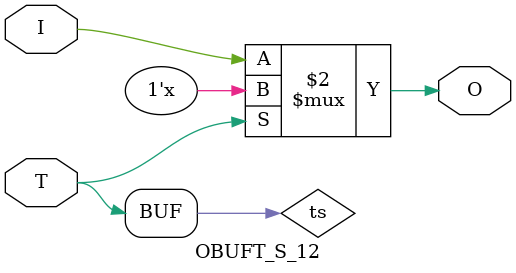
<source format=v>

/*

FUNCTION    : TRI-STATE OUTPUT BUFFER

*/

`celldefine
`timescale  100 ps / 10 ps

module OBUFT_S_12 (O, I, T);

    output O;

    input  I, T;

    or O1 (ts, 1'b0, T);
    bufif0 T1 (O, I, ts);

endmodule

</source>
